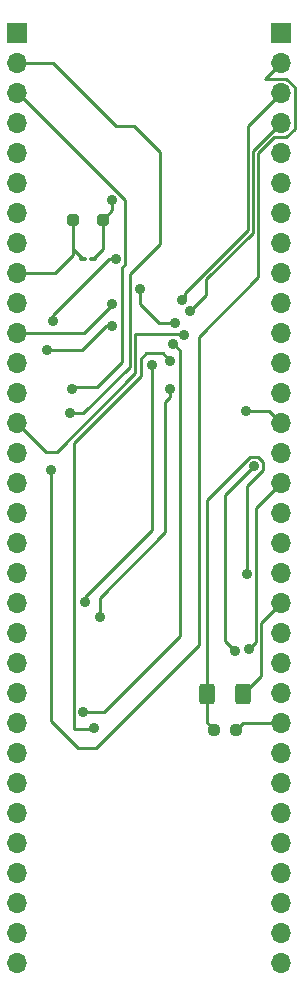
<source format=gbr>
%TF.GenerationSoftware,KiCad,Pcbnew,7.0.5*%
%TF.CreationDate,2023-07-25T09:56:50-05:00*%
%TF.ProjectId,AcoplePic32,41636f70-6c65-4506-9963-33322e6b6963,rev?*%
%TF.SameCoordinates,Original*%
%TF.FileFunction,Copper,L2,Bot*%
%TF.FilePolarity,Positive*%
%FSLAX46Y46*%
G04 Gerber Fmt 4.6, Leading zero omitted, Abs format (unit mm)*
G04 Created by KiCad (PCBNEW 7.0.5) date 2023-07-25 09:56:50*
%MOMM*%
%LPD*%
G01*
G04 APERTURE LIST*
G04 Aperture macros list*
%AMRoundRect*
0 Rectangle with rounded corners*
0 $1 Rounding radius*
0 $2 $3 $4 $5 $6 $7 $8 $9 X,Y pos of 4 corners*
0 Add a 4 corners polygon primitive as box body*
4,1,4,$2,$3,$4,$5,$6,$7,$8,$9,$2,$3,0*
0 Add four circle primitives for the rounded corners*
1,1,$1+$1,$2,$3*
1,1,$1+$1,$4,$5*
1,1,$1+$1,$6,$7*
1,1,$1+$1,$8,$9*
0 Add four rect primitives between the rounded corners*
20,1,$1+$1,$2,$3,$4,$5,0*
20,1,$1+$1,$4,$5,$6,$7,0*
20,1,$1+$1,$6,$7,$8,$9,0*
20,1,$1+$1,$8,$9,$2,$3,0*%
G04 Aperture macros list end*
%TA.AperFunction,ComponentPad*%
%ADD10R,1.700000X1.700000*%
%TD*%
%TA.AperFunction,ComponentPad*%
%ADD11O,1.700000X1.700000*%
%TD*%
%TA.AperFunction,SMDPad,CuDef*%
%ADD12RoundRect,0.100000X0.217500X0.100000X-0.217500X0.100000X-0.217500X-0.100000X0.217500X-0.100000X0*%
%TD*%
%TA.AperFunction,SMDPad,CuDef*%
%ADD13RoundRect,0.250000X-0.400000X-0.625000X0.400000X-0.625000X0.400000X0.625000X-0.400000X0.625000X0*%
%TD*%
%TA.AperFunction,SMDPad,CuDef*%
%ADD14RoundRect,0.237500X-0.250000X-0.237500X0.250000X-0.237500X0.250000X0.237500X-0.250000X0.237500X0*%
%TD*%
%TA.AperFunction,SMDPad,CuDef*%
%ADD15RoundRect,0.250000X0.250000X0.250000X-0.250000X0.250000X-0.250000X-0.250000X0.250000X-0.250000X0*%
%TD*%
%TA.AperFunction,ViaPad*%
%ADD16C,0.900000*%
%TD*%
%TA.AperFunction,Conductor*%
%ADD17C,0.250000*%
%TD*%
G04 APERTURE END LIST*
D10*
%TO.P,J1,1,Pin_1*%
%TO.N,Net-(J1-Pin_1)*%
X110869709Y-51898058D03*
D11*
%TO.P,J1,2,Pin_2*%
%TO.N,MuEnable1H*%
X110869709Y-54438058D03*
%TO.P,J1,3,Pin_3*%
%TO.N,MuEnable1L*%
X110869709Y-56978058D03*
%TO.P,J1,4,Pin_4*%
%TO.N,An17*%
X110869709Y-59518058D03*
%TO.P,J1,5,Pin_5*%
%TO.N,Net-(J1-Pin_5)*%
X110869709Y-62058058D03*
%TO.P,J1,6,Pin_6*%
%TO.N,Net-(J1-Pin_6)*%
X110869709Y-64598058D03*
%TO.P,J1,7,Pin_7*%
%TO.N,Net-(J1-Pin_7)*%
X110869709Y-67138058D03*
%TO.P,J1,8,Pin_8*%
%TO.N,Net-(J1-Pin_8)*%
X110869709Y-69678058D03*
%TO.P,J1,9,Pin_9*%
%TO.N,VSS9*%
X110869709Y-72218058D03*
%TO.P,J1,10,Pin_10*%
%TO.N,Net-(J1-Pin_10)*%
X110869709Y-74758058D03*
%TO.P,J1,11,Pin_11*%
%TO.N,MuPWM1H*%
X110869709Y-77298058D03*
%TO.P,J1,12,Pin_12*%
%TO.N,MuPWM1L*%
X110869709Y-79838058D03*
%TO.P,J1,13,Pin_13*%
%TO.N,MuPWM3H*%
X110869709Y-82378058D03*
%TO.P,J1,14,Pin_14*%
%TO.N,MuPWM3L*%
X110869709Y-84918058D03*
%TO.P,J1,15,Pin_15*%
%TO.N,QEIA3*%
X110869709Y-87458058D03*
%TO.P,J1,16,Pin_16*%
%TO.N,QEIB3*%
X110869709Y-89998058D03*
%TO.P,J1,17,Pin_17*%
%TO.N,Net-(J1-Pin_17)*%
X110869709Y-92538058D03*
%TO.P,J1,18,Pin_18*%
%TO.N,Net-(J1-Pin_18)*%
X110869709Y-95078058D03*
%TO.P,J1,19,Pin_19*%
%TO.N,Net-(J1-Pin_19)*%
X110869709Y-97618058D03*
%TO.P,J1,20,Pin_20*%
%TO.N,Net-(J1-Pin_20)*%
X110869709Y-100158058D03*
%TO.P,J1,21,Pin_21*%
%TO.N,Net-(J1-Pin_21)*%
X110869709Y-102698058D03*
%TO.P,J1,22,Pin_22*%
%TO.N,Net-(J1-Pin_22)*%
X110869709Y-105238058D03*
%TO.P,J1,23,Pin_23*%
%TO.N,Net-(J1-Pin_23)*%
X110869709Y-107778058D03*
%TO.P,J1,24,Pin_24*%
%TO.N,Net-(J1-Pin_24)*%
X110869709Y-110318058D03*
%TO.P,J1,25,Pin_25*%
%TO.N,Net-(J1-Pin_25)*%
X110869709Y-112858058D03*
%TO.P,J1,26,Pin_26*%
%TO.N,Net-(J1-Pin_26)*%
X110869709Y-115398058D03*
%TO.P,J1,27,Pin_27*%
%TO.N,MuPWM2H*%
X110869709Y-117938058D03*
%TO.P,J1,28,Pin_28*%
%TO.N,MuPWM2L*%
X110869709Y-120478058D03*
%TO.P,J1,29,Pin_29*%
%TO.N,QEIA2*%
X110869709Y-123018058D03*
%TO.P,J1,30,Pin_30*%
%TO.N,QEIB2*%
X110869709Y-125558058D03*
%TO.P,J1,31,Pin_31*%
%TO.N,Net-(J1-Pin_31)*%
X110869709Y-128098058D03*
%TO.P,J1,32,Pin_32*%
%TO.N,Net-(J1-Pin_32)*%
X110869709Y-130638058D03*
%TD*%
%TO.P,J3,33,Pin_32*%
%TO.N,Net-(J3-Pin_32)*%
X133169709Y-130638058D03*
%TO.P,J3,34,Pin_31*%
%TO.N,Net-(J3-Pin_31)*%
X133169709Y-128098058D03*
%TO.P,J3,35,Pin_30*%
%TO.N,Net-(J3-Pin_30)*%
X133169709Y-125558058D03*
%TO.P,J3,36,Pin_29*%
%TO.N,Net-(J3-Pin_29)*%
X133169709Y-123018058D03*
%TO.P,J3,37,Pin_28*%
%TO.N,Net-(J3-Pin_28)*%
X133169709Y-120478058D03*
%TO.P,J3,38,Pin_27*%
%TO.N,Net-(J3-Pin_27)*%
X133169709Y-117938058D03*
%TO.P,J3,39,Pin_26*%
%TO.N,Net-(J3-Pin_26)*%
X133169709Y-115398058D03*
%TO.P,J3,40,Pin_25*%
%TO.N,Net-(J3-Pin_25)*%
X133169709Y-112858058D03*
%TO.P,J3,41,Pin_24*%
%TO.N,VSS*%
X133169709Y-110318058D03*
%TO.P,J3,42,Pin_23*%
%TO.N,UART_TX*%
X133169709Y-107778058D03*
%TO.P,J3,43,Pin_22*%
%TO.N,RS232TX*%
X133169709Y-105238058D03*
%TO.P,J3,44,Pin_21*%
%TO.N,UART_RX*%
X133169709Y-102698058D03*
%TO.P,J3,45,Pin_20*%
%TO.N,RS232RX*%
X133169709Y-100158058D03*
%TO.P,J3,46,Pin_19*%
%TO.N,Net-(J3-Pin_19)*%
X133169709Y-97618058D03*
%TO.P,J3,47,Pin_18*%
%TO.N,Net-(J3-Pin_18)*%
X133169709Y-95078058D03*
%TO.P,J3,48,Pin_17*%
%TO.N,Net-(J3-Pin_17)*%
X133169709Y-92538058D03*
%TO.P,J3,49,Pin_16*%
%TO.N,Net-(J3-Pin_16)*%
X133169709Y-89998058D03*
%TO.P,J3,50,Pin_15*%
%TO.N,Net-(J3-Pin_15)*%
X133169709Y-87458058D03*
%TO.P,J3,51,Pin_14*%
%TO.N,QEIB1*%
X133169709Y-84918058D03*
%TO.P,J3,52,Pin_13*%
%TO.N,QEIA1*%
X133169709Y-82378058D03*
%TO.P,J3,53,Pin_12*%
%TO.N,Net-(J3-Pin_12)*%
X133169709Y-79838058D03*
%TO.P,J3,54,Pin_11*%
%TO.N,Net-(J3-Pin_11)*%
X133169709Y-77298058D03*
%TO.P,J3,55,Pin_10*%
%TO.N,Net-(J3-Pin_10)*%
X133169709Y-74758058D03*
%TO.P,J3,56,Pin_9*%
%TO.N,Net-(J3-Pin_9)*%
X133169709Y-72218058D03*
%TO.P,J3,57,Pin_8*%
%TO.N,Net-(J3-Pin_8)*%
X133169709Y-69678058D03*
%TO.P,J3,58,Pin_7*%
%TO.N,Net-(J3-Pin_7)*%
X133169709Y-67138058D03*
%TO.P,J3,59,Pin_6*%
%TO.N,Net-(J3-Pin_6)*%
X133169709Y-64598058D03*
%TO.P,J3,60,Pin_5*%
%TO.N,Net-(J3-Pin_5)*%
X133169709Y-62058058D03*
%TO.P,J3,61,Pin_4*%
%TO.N,MuEnable3L*%
X133169709Y-59518058D03*
%TO.P,J3,62,Pin_3*%
%TO.N,MuEnable3H*%
X133169709Y-56978058D03*
%TO.P,J3,63,Pin_2*%
%TO.N,MuEnable2L*%
X133169709Y-54438058D03*
D10*
%TO.P,J3,64,Pin_1*%
%TO.N,MuEnable2H*%
X133169709Y-51898058D03*
%TD*%
D12*
%TO.P,R3,1*%
%TO.N,An17*%
X117247500Y-70993000D03*
%TO.P,R3,2*%
%TO.N,VSS9*%
X116432500Y-70993000D03*
%TD*%
D13*
%TO.P,R1,1*%
%TO.N,MuRS232RX*%
X126897800Y-107847800D03*
%TO.P,R1,2*%
%TO.N,RS232RX*%
X129997800Y-107847800D03*
%TD*%
D14*
%TO.P,R2,1*%
%TO.N,MuRS232RX*%
X127560700Y-110898300D03*
%TO.P,R2,2*%
%TO.N,VSS*%
X129385700Y-110898300D03*
%TD*%
D15*
%TO.P,D1,1,A1*%
%TO.N,An17*%
X118090000Y-67691000D03*
%TO.P,D1,2,A2*%
%TO.N,VSS9*%
X115590000Y-67691000D03*
%TD*%
D16*
%TO.N,MuEnable3L*%
X123821935Y-82042000D03*
%TO.N,An17*%
X118872000Y-66040000D03*
%TO.N,MuEnable1H*%
X115316000Y-84074000D03*
%TO.N,MuEnable1L*%
X115544600Y-81991200D03*
%TO.N,MuPWM1H*%
X118872000Y-74803000D03*
%TO.N,MuPWM1L*%
X118872000Y-76708000D03*
X113385600Y-78740000D03*
%TO.N,MuPWM3H*%
X121285000Y-73533000D03*
X124206000Y-76428600D03*
X113893600Y-76301600D03*
X119196900Y-70993000D03*
%TO.N,MuPWM3L*%
X124968000Y-77470000D03*
%TO.N,MuEnable3H*%
X122263500Y-80010000D03*
X124802300Y-74520243D03*
X116586000Y-100076000D03*
%TO.N,MuEnable3L*%
X117856000Y-101346000D03*
X125526800Y-75387200D03*
%TO.N,MuPWM2L*%
X117348000Y-110744000D03*
X123837900Y-79629000D03*
%TO.N,MuPWM2H*%
X124079000Y-78206600D03*
X116459000Y-109347000D03*
%TO.N,MuEnable2L*%
X113690400Y-88849200D03*
%TO.N,UART_TX*%
X130937000Y-88519000D03*
X129311400Y-104216200D03*
%TO.N,QEIB1*%
X130200400Y-83921600D03*
%TO.N,Net-(J3-Pin_16)*%
X130513248Y-104026288D03*
%TO.N,MuRS232RX*%
X130289500Y-97663000D03*
%TD*%
D17*
%TO.N,Net-(J3-Pin_16)*%
X130513248Y-104026288D02*
X131064000Y-103475536D01*
X131064000Y-92103767D02*
X133169709Y-89998058D01*
X131064000Y-103475536D02*
X131064000Y-92103767D01*
%TO.N,MuEnable3L*%
X123821935Y-82680065D02*
X123418600Y-83083400D01*
X123821935Y-82042000D02*
X123821935Y-82680065D01*
X123418600Y-83083400D02*
X123418600Y-94157800D01*
X123418600Y-94157800D02*
X117856000Y-99720400D01*
X117856000Y-99720400D02*
X117856000Y-101346000D01*
%TO.N,MuPWM2L*%
X117291905Y-110800095D02*
X117348000Y-110744000D01*
X115633200Y-110800095D02*
X117291905Y-110800095D01*
X123202900Y-78994000D02*
X121793000Y-78994000D01*
X115633200Y-86561501D02*
X115633200Y-110800095D01*
X123837900Y-79629000D02*
X123202900Y-78994000D01*
X121312505Y-80882196D02*
X115633200Y-86561501D01*
X121793000Y-78994000D02*
X121312505Y-79474495D01*
X121312505Y-79474495D02*
X121312505Y-80882196D01*
%TO.N,MuPWM3L*%
X113290651Y-87339000D02*
X110869709Y-84918058D01*
X120862505Y-80695800D02*
X114219305Y-87339000D01*
X120862505Y-77384495D02*
X120862505Y-80695800D01*
X120904000Y-77343000D02*
X120862505Y-77384495D01*
X114219305Y-87339000D02*
X113290651Y-87339000D01*
X124841000Y-77343000D02*
X120904000Y-77343000D01*
X124968000Y-77470000D02*
X124841000Y-77343000D01*
%TO.N,MuPWM3H*%
X121285000Y-74822300D02*
X121285000Y-73533000D01*
X124206000Y-76428600D02*
X122891300Y-76428600D01*
X122891300Y-76428600D02*
X121285000Y-74822300D01*
%TO.N,MuEnable1H*%
X113874058Y-54438058D02*
X110869709Y-54438058D01*
X119189500Y-59753500D02*
X113874058Y-54438058D01*
X122936000Y-69723000D02*
X122936000Y-61952827D01*
X122936000Y-61952827D02*
X120736673Y-59753500D01*
X120396000Y-80137000D02*
X120396000Y-72263000D01*
X120396000Y-72263000D02*
X122936000Y-69723000D01*
X115316000Y-84074000D02*
X116459000Y-84074000D01*
X116459000Y-84074000D02*
X120396000Y-80137000D01*
X120736673Y-59753500D02*
X119189500Y-59753500D01*
%TO.N,MuPWM2H*%
X124612400Y-102971600D02*
X118237000Y-109347000D01*
X124612400Y-78740000D02*
X124612400Y-102971600D01*
X124079000Y-78206600D02*
X124612400Y-78740000D01*
X118237000Y-109347000D02*
X116459000Y-109347000D01*
%TO.N,MuPWM1L*%
X118414800Y-76708000D02*
X116382800Y-78740000D01*
X116382800Y-78740000D02*
X113385600Y-78740000D01*
X118872000Y-76708000D02*
X118414800Y-76708000D01*
%TO.N,MuPWM1H*%
X118872000Y-74910215D02*
X116484157Y-77298058D01*
X118872000Y-74803000D02*
X118872000Y-74910215D01*
X116484157Y-77298058D02*
X110869709Y-77298058D01*
%TO.N,MuEnable1L*%
X110906074Y-56978058D02*
X110869709Y-56978058D01*
X119971400Y-66043384D02*
X110906074Y-56978058D01*
X119971400Y-71489199D02*
X119971400Y-66043384D01*
X119761000Y-71699599D02*
X119971400Y-71489199D01*
X117626496Y-81881199D02*
X119761000Y-79746695D01*
X119761000Y-79746695D02*
X119761000Y-71699599D01*
X115654601Y-81881199D02*
X117626496Y-81881199D01*
X115544600Y-81991200D02*
X115654601Y-81881199D01*
%TO.N,MuPWM3H*%
X119196900Y-70993000D02*
X118643400Y-70993000D01*
X118643400Y-70993000D02*
X113893600Y-75742800D01*
X113893600Y-75742800D02*
X113893600Y-76301600D01*
%TO.N,An17*%
X118872000Y-66909000D02*
X118090000Y-67691000D01*
X118872000Y-66040000D02*
X118872000Y-66909000D01*
%TO.N,MuEnable3H*%
X122263500Y-93966700D02*
X122263500Y-80010000D01*
X116586000Y-99644200D02*
X122263500Y-93966700D01*
X116586000Y-100076000D02*
X116586000Y-99644200D01*
%TO.N,MuRS232RX*%
X126897800Y-91462184D02*
X126897800Y-107847800D01*
X130615984Y-87744000D02*
X126897800Y-91462184D01*
X131258016Y-87744000D02*
X130615984Y-87744000D01*
X130289500Y-90262516D02*
X131712000Y-88840016D01*
X130289500Y-97663000D02*
X130289500Y-90262516D01*
X131712000Y-88197984D02*
X131258016Y-87744000D01*
X131712000Y-88840016D02*
X131712000Y-88197984D01*
%TO.N,MuEnable3L*%
X130835400Y-68783200D02*
X130835400Y-61852367D01*
X126873000Y-72745600D02*
X130835400Y-68783200D01*
X126873000Y-74041000D02*
X126873000Y-72745600D01*
X130835400Y-61852367D02*
X133169709Y-59518058D01*
X125526800Y-75387200D02*
X126873000Y-74041000D01*
%TO.N,MuEnable2L*%
X115986588Y-112390489D02*
X113690400Y-110094301D01*
X116852544Y-112390489D02*
X115986588Y-112390489D01*
X113690400Y-110094301D02*
X113690400Y-88849200D01*
X116902544Y-112440489D02*
X116852544Y-112390489D01*
X117544576Y-112440489D02*
X116902544Y-112440489D01*
X126251800Y-103733265D02*
X117544576Y-112440489D01*
X126251800Y-77583200D02*
X126251800Y-103733265D01*
X131285400Y-72549600D02*
X126251800Y-77583200D01*
X131285400Y-62038763D02*
X131285400Y-72549600D01*
X132631105Y-60693058D02*
X131285400Y-62038763D01*
X134344709Y-60004759D02*
X133656410Y-60693058D01*
X133656410Y-55803058D02*
X134344709Y-56491357D01*
X131804709Y-55803058D02*
X133656410Y-55803058D01*
X134344709Y-56491357D02*
X134344709Y-60004759D01*
X133656410Y-60693058D02*
X132631105Y-60693058D01*
X133169709Y-54438058D02*
X131804709Y-55803058D01*
%TO.N,MuEnable3H*%
X125076800Y-74245743D02*
X125076800Y-73905404D01*
X130385400Y-59762367D02*
X133169709Y-56978058D01*
X124802300Y-74520243D02*
X125076800Y-74245743D01*
X125076800Y-73905404D02*
X130385400Y-68596804D01*
X130385400Y-68596804D02*
X130385400Y-59762367D01*
%TO.N,UART_TX*%
X129311400Y-104216200D02*
X128473200Y-103378000D01*
X128473200Y-90982800D02*
X130937000Y-88519000D01*
X128473200Y-103378000D02*
X128473200Y-90982800D01*
%TO.N,VSS*%
X129385700Y-110898300D02*
X129965942Y-110318058D01*
X129965942Y-110318058D02*
X133169709Y-110318058D01*
%TO.N,RS232RX*%
X131535000Y-106310600D02*
X131535000Y-101792767D01*
X131535000Y-101792767D02*
X133169709Y-100158058D01*
X129997800Y-107847800D02*
X131535000Y-106310600D01*
%TO.N,QEIB1*%
X132173251Y-83921600D02*
X133169709Y-84918058D01*
X130200400Y-83921600D02*
X132173251Y-83921600D01*
%TO.N,MuRS232RX*%
X127560700Y-110898300D02*
X126897800Y-110235400D01*
X126897800Y-110235400D02*
X126897800Y-107847800D01*
%TO.N,An17*%
X118090000Y-67691000D02*
X118090000Y-70150500D01*
X118090000Y-70150500D02*
X117247500Y-70993000D01*
%TO.N,VSS9*%
X115590000Y-70719000D02*
X114090942Y-72218058D01*
X116432500Y-70993000D02*
X115590000Y-70150500D01*
X114090942Y-72218058D02*
X110869709Y-72218058D01*
X115590000Y-67691000D02*
X115590000Y-70719000D01*
X115590000Y-70150500D02*
X115590000Y-67691000D01*
%TD*%
M02*

</source>
